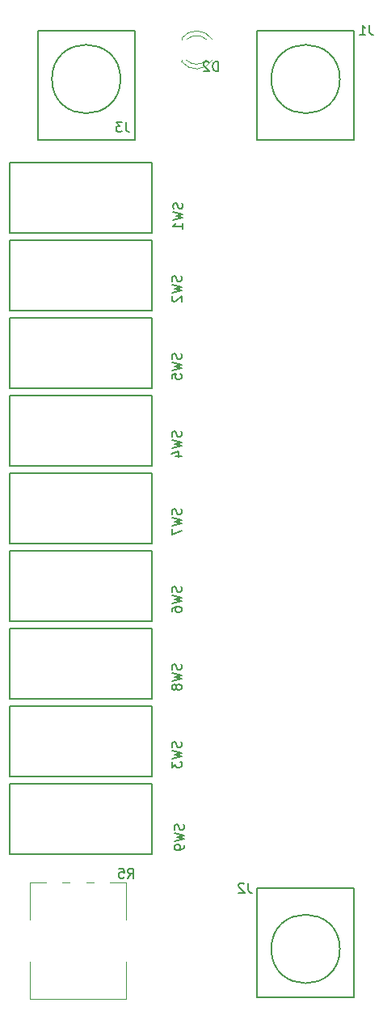
<source format=gbo>
G04 #@! TF.GenerationSoftware,KiCad,Pcbnew,(5.0.0-3-g5ebb6b6)*
G04 #@! TF.CreationDate,2019-04-25T18:54:20+02:00*
G04 #@! TF.ProjectId,minidrum-77,6D696E696472756D2D37372E6B696361,rev?*
G04 #@! TF.SameCoordinates,Original*
G04 #@! TF.FileFunction,Legend,Bot*
G04 #@! TF.FilePolarity,Positive*
%FSLAX46Y46*%
G04 Gerber Fmt 4.6, Leading zero omitted, Abs format (unit mm)*
G04 Created by KiCad (PCBNEW (5.0.0-3-g5ebb6b6)) date Thursday 25 April 2019 18:54:20*
%MOMM*%
%LPD*%
G01*
G04 APERTURE LIST*
%ADD10C,0.150000*%
%ADD11C,0.120000*%
G04 APERTURE END LIST*
D10*
G04 #@! TO.C,SW3*
X127508000Y-131318000D02*
X127508000Y-123952000D01*
X142367000Y-131318000D02*
X127508000Y-131318000D01*
X142367000Y-123952000D02*
X142367000Y-131318000D01*
X127508000Y-123952000D02*
X142367000Y-123952000D01*
G04 #@! TO.C,SW7*
X127508000Y-106934000D02*
X127508000Y-99568000D01*
X142367000Y-106934000D02*
X127508000Y-106934000D01*
X142367000Y-99568000D02*
X142367000Y-106934000D01*
X127508000Y-99568000D02*
X142367000Y-99568000D01*
D11*
G04 #@! TO.C,D2*
X148738335Y-56323608D02*
G75*
G02X145506000Y-56480516I-1672335J1078608D01*
G01*
X148738335Y-54166392D02*
G75*
G03X145506000Y-54009484I-1672335J-1078608D01*
G01*
X148107130Y-56324837D02*
G75*
G02X146025039Y-56325000I-1041130J1079837D01*
G01*
X148107130Y-54165163D02*
G75*
G03X146025039Y-54165000I-1041130J-1079837D01*
G01*
X145506000Y-56481000D02*
X145506000Y-56325000D01*
X145506000Y-54165000D02*
X145506000Y-54009000D01*
D10*
G04 #@! TO.C,J1*
X153416000Y-64643000D02*
X163576000Y-64643000D01*
X163576000Y-64643000D02*
X163576000Y-53213000D01*
X163576000Y-53213000D02*
X153416000Y-53213000D01*
X153416000Y-53213000D02*
X153416000Y-64643000D01*
X162088102Y-58293000D02*
G75*
G03X162088102Y-58293000I-3592102J0D01*
G01*
G04 #@! TO.C,J2*
X162088102Y-149352000D02*
G75*
G03X162088102Y-149352000I-3592102J0D01*
G01*
X163576000Y-154432000D02*
X163576000Y-143002000D01*
X153416000Y-154432000D02*
X163576000Y-154432000D01*
X153416000Y-143002000D02*
X153416000Y-154432000D01*
X163576000Y-143002000D02*
X153416000Y-143002000D01*
G04 #@! TO.C,J3*
X130429000Y-64643000D02*
X140589000Y-64643000D01*
X140589000Y-64643000D02*
X140589000Y-53213000D01*
X140589000Y-53213000D02*
X130429000Y-53213000D01*
X130429000Y-53213000D02*
X130429000Y-64643000D01*
X139101102Y-58293000D02*
G75*
G03X139101102Y-58293000I-3592102J0D01*
G01*
G04 #@! TO.C,SW2*
X127508000Y-82550000D02*
X127508000Y-75184000D01*
X142367000Y-82550000D02*
X127508000Y-82550000D01*
X142367000Y-75184000D02*
X142367000Y-82550000D01*
X127508000Y-75184000D02*
X142367000Y-75184000D01*
G04 #@! TO.C,SW4*
X127508000Y-91440000D02*
X142367000Y-91440000D01*
X142367000Y-91440000D02*
X142367000Y-98806000D01*
X142367000Y-98806000D02*
X127508000Y-98806000D01*
X127508000Y-98806000D02*
X127508000Y-91440000D01*
G04 #@! TO.C,SW5*
X127508000Y-90678000D02*
X127508000Y-83312000D01*
X142367000Y-90678000D02*
X127508000Y-90678000D01*
X142367000Y-83312000D02*
X142367000Y-90678000D01*
X127508000Y-83312000D02*
X142367000Y-83312000D01*
G04 #@! TO.C,SW6*
X127508000Y-107696000D02*
X142367000Y-107696000D01*
X142367000Y-107696000D02*
X142367000Y-115062000D01*
X142367000Y-115062000D02*
X127508000Y-115062000D01*
X127508000Y-115062000D02*
X127508000Y-107696000D01*
G04 #@! TO.C,SW8*
X127508000Y-115824000D02*
X142367000Y-115824000D01*
X142367000Y-115824000D02*
X142367000Y-123190000D01*
X142367000Y-123190000D02*
X127508000Y-123190000D01*
X127508000Y-123190000D02*
X127508000Y-115824000D01*
D11*
G04 #@! TO.C,R5*
X129639000Y-142358000D02*
X129639000Y-146295000D01*
X129639000Y-150662000D02*
X129639000Y-154598000D01*
X139680000Y-142358000D02*
X139680000Y-146295000D01*
X139680000Y-150662000D02*
X139680000Y-154598000D01*
X129639000Y-142358000D02*
X131289000Y-142358000D01*
X133031000Y-142358000D02*
X133790000Y-142358000D01*
X135531000Y-142358000D02*
X136290000Y-142358000D01*
X138030000Y-142358000D02*
X139680000Y-142358000D01*
X129639000Y-154598000D02*
X139680000Y-154598000D01*
D10*
G04 #@! TO.C,SW1*
X142367000Y-67056000D02*
X142367000Y-74422000D01*
X127508000Y-67056000D02*
X142367000Y-67056000D01*
X127508000Y-74422000D02*
X127508000Y-67056000D01*
X142367000Y-74422000D02*
X127508000Y-74422000D01*
G04 #@! TO.C,SW9*
X127508000Y-132080000D02*
X142367000Y-132080000D01*
X142367000Y-132080000D02*
X142367000Y-139446000D01*
X142367000Y-139446000D02*
X127508000Y-139446000D01*
X127508000Y-139446000D02*
X127508000Y-132080000D01*
G04 #@! TO.C,SW3*
X145438761Y-127698666D02*
X145486380Y-127841523D01*
X145486380Y-128079619D01*
X145438761Y-128174857D01*
X145391142Y-128222476D01*
X145295904Y-128270095D01*
X145200666Y-128270095D01*
X145105428Y-128222476D01*
X145057809Y-128174857D01*
X145010190Y-128079619D01*
X144962571Y-127889142D01*
X144914952Y-127793904D01*
X144867333Y-127746285D01*
X144772095Y-127698666D01*
X144676857Y-127698666D01*
X144581619Y-127746285D01*
X144534000Y-127793904D01*
X144486380Y-127889142D01*
X144486380Y-128127238D01*
X144534000Y-128270095D01*
X144486380Y-128603428D02*
X145486380Y-128841523D01*
X144772095Y-129032000D01*
X145486380Y-129222476D01*
X144486380Y-129460571D01*
X144486380Y-129746285D02*
X144486380Y-130365333D01*
X144867333Y-130032000D01*
X144867333Y-130174857D01*
X144914952Y-130270095D01*
X144962571Y-130317714D01*
X145057809Y-130365333D01*
X145295904Y-130365333D01*
X145391142Y-130317714D01*
X145438761Y-130270095D01*
X145486380Y-130174857D01*
X145486380Y-129889142D01*
X145438761Y-129793904D01*
X145391142Y-129746285D01*
G04 #@! TO.C,SW7*
X145438761Y-103314666D02*
X145486380Y-103457523D01*
X145486380Y-103695619D01*
X145438761Y-103790857D01*
X145391142Y-103838476D01*
X145295904Y-103886095D01*
X145200666Y-103886095D01*
X145105428Y-103838476D01*
X145057809Y-103790857D01*
X145010190Y-103695619D01*
X144962571Y-103505142D01*
X144914952Y-103409904D01*
X144867333Y-103362285D01*
X144772095Y-103314666D01*
X144676857Y-103314666D01*
X144581619Y-103362285D01*
X144534000Y-103409904D01*
X144486380Y-103505142D01*
X144486380Y-103743238D01*
X144534000Y-103886095D01*
X144486380Y-104219428D02*
X145486380Y-104457523D01*
X144772095Y-104648000D01*
X145486380Y-104838476D01*
X144486380Y-105076571D01*
X144486380Y-105362285D02*
X144486380Y-106028952D01*
X145486380Y-105600380D01*
G04 #@! TO.C,D2*
X149328095Y-57475380D02*
X149328095Y-56475380D01*
X149090000Y-56475380D01*
X148947142Y-56523000D01*
X148851904Y-56618238D01*
X148804285Y-56713476D01*
X148756666Y-56903952D01*
X148756666Y-57046809D01*
X148804285Y-57237285D01*
X148851904Y-57332523D01*
X148947142Y-57427761D01*
X149090000Y-57475380D01*
X149328095Y-57475380D01*
X148375714Y-56570619D02*
X148328095Y-56523000D01*
X148232857Y-56475380D01*
X147994761Y-56475380D01*
X147899523Y-56523000D01*
X147851904Y-56570619D01*
X147804285Y-56665857D01*
X147804285Y-56761095D01*
X147851904Y-56903952D01*
X148423333Y-57475380D01*
X147804285Y-57475380D01*
G04 #@! TO.C,J1*
X165179333Y-52665380D02*
X165179333Y-53379666D01*
X165226952Y-53522523D01*
X165322190Y-53617761D01*
X165465047Y-53665380D01*
X165560285Y-53665380D01*
X164179333Y-53665380D02*
X164750761Y-53665380D01*
X164465047Y-53665380D02*
X164465047Y-52665380D01*
X164560285Y-52808238D01*
X164655523Y-52903476D01*
X164750761Y-52951095D01*
G04 #@! TO.C,J2*
X152479333Y-142454380D02*
X152479333Y-143168666D01*
X152526952Y-143311523D01*
X152622190Y-143406761D01*
X152765047Y-143454380D01*
X152860285Y-143454380D01*
X152050761Y-142549619D02*
X152003142Y-142502000D01*
X151907904Y-142454380D01*
X151669809Y-142454380D01*
X151574571Y-142502000D01*
X151526952Y-142549619D01*
X151479333Y-142644857D01*
X151479333Y-142740095D01*
X151526952Y-142882952D01*
X152098380Y-143454380D01*
X151479333Y-143454380D01*
G04 #@! TO.C,J3*
X139652333Y-62825380D02*
X139652333Y-63539666D01*
X139699952Y-63682523D01*
X139795190Y-63777761D01*
X139938047Y-63825380D01*
X140033285Y-63825380D01*
X139271380Y-62825380D02*
X138652333Y-62825380D01*
X138985666Y-63206333D01*
X138842809Y-63206333D01*
X138747571Y-63253952D01*
X138699952Y-63301571D01*
X138652333Y-63396809D01*
X138652333Y-63634904D01*
X138699952Y-63730142D01*
X138747571Y-63777761D01*
X138842809Y-63825380D01*
X139128523Y-63825380D01*
X139223761Y-63777761D01*
X139271380Y-63730142D01*
G04 #@! TO.C,SW2*
X145438761Y-78930666D02*
X145486380Y-79073523D01*
X145486380Y-79311619D01*
X145438761Y-79406857D01*
X145391142Y-79454476D01*
X145295904Y-79502095D01*
X145200666Y-79502095D01*
X145105428Y-79454476D01*
X145057809Y-79406857D01*
X145010190Y-79311619D01*
X144962571Y-79121142D01*
X144914952Y-79025904D01*
X144867333Y-78978285D01*
X144772095Y-78930666D01*
X144676857Y-78930666D01*
X144581619Y-78978285D01*
X144534000Y-79025904D01*
X144486380Y-79121142D01*
X144486380Y-79359238D01*
X144534000Y-79502095D01*
X144486380Y-79835428D02*
X145486380Y-80073523D01*
X144772095Y-80264000D01*
X145486380Y-80454476D01*
X144486380Y-80692571D01*
X144581619Y-81025904D02*
X144534000Y-81073523D01*
X144486380Y-81168761D01*
X144486380Y-81406857D01*
X144534000Y-81502095D01*
X144581619Y-81549714D01*
X144676857Y-81597333D01*
X144772095Y-81597333D01*
X144914952Y-81549714D01*
X145486380Y-80978285D01*
X145486380Y-81597333D01*
G04 #@! TO.C,SW4*
X145438761Y-95186666D02*
X145486380Y-95329523D01*
X145486380Y-95567619D01*
X145438761Y-95662857D01*
X145391142Y-95710476D01*
X145295904Y-95758095D01*
X145200666Y-95758095D01*
X145105428Y-95710476D01*
X145057809Y-95662857D01*
X145010190Y-95567619D01*
X144962571Y-95377142D01*
X144914952Y-95281904D01*
X144867333Y-95234285D01*
X144772095Y-95186666D01*
X144676857Y-95186666D01*
X144581619Y-95234285D01*
X144534000Y-95281904D01*
X144486380Y-95377142D01*
X144486380Y-95615238D01*
X144534000Y-95758095D01*
X144486380Y-96091428D02*
X145486380Y-96329523D01*
X144772095Y-96520000D01*
X145486380Y-96710476D01*
X144486380Y-96948571D01*
X144819714Y-97758095D02*
X145486380Y-97758095D01*
X144438761Y-97520000D02*
X145153047Y-97281904D01*
X145153047Y-97900952D01*
G04 #@! TO.C,SW5*
X145438761Y-87058666D02*
X145486380Y-87201523D01*
X145486380Y-87439619D01*
X145438761Y-87534857D01*
X145391142Y-87582476D01*
X145295904Y-87630095D01*
X145200666Y-87630095D01*
X145105428Y-87582476D01*
X145057809Y-87534857D01*
X145010190Y-87439619D01*
X144962571Y-87249142D01*
X144914952Y-87153904D01*
X144867333Y-87106285D01*
X144772095Y-87058666D01*
X144676857Y-87058666D01*
X144581619Y-87106285D01*
X144534000Y-87153904D01*
X144486380Y-87249142D01*
X144486380Y-87487238D01*
X144534000Y-87630095D01*
X144486380Y-87963428D02*
X145486380Y-88201523D01*
X144772095Y-88392000D01*
X145486380Y-88582476D01*
X144486380Y-88820571D01*
X144486380Y-89677714D02*
X144486380Y-89201523D01*
X144962571Y-89153904D01*
X144914952Y-89201523D01*
X144867333Y-89296761D01*
X144867333Y-89534857D01*
X144914952Y-89630095D01*
X144962571Y-89677714D01*
X145057809Y-89725333D01*
X145295904Y-89725333D01*
X145391142Y-89677714D01*
X145438761Y-89630095D01*
X145486380Y-89534857D01*
X145486380Y-89296761D01*
X145438761Y-89201523D01*
X145391142Y-89153904D01*
G04 #@! TO.C,SW6*
X145438761Y-111442666D02*
X145486380Y-111585523D01*
X145486380Y-111823619D01*
X145438761Y-111918857D01*
X145391142Y-111966476D01*
X145295904Y-112014095D01*
X145200666Y-112014095D01*
X145105428Y-111966476D01*
X145057809Y-111918857D01*
X145010190Y-111823619D01*
X144962571Y-111633142D01*
X144914952Y-111537904D01*
X144867333Y-111490285D01*
X144772095Y-111442666D01*
X144676857Y-111442666D01*
X144581619Y-111490285D01*
X144534000Y-111537904D01*
X144486380Y-111633142D01*
X144486380Y-111871238D01*
X144534000Y-112014095D01*
X144486380Y-112347428D02*
X145486380Y-112585523D01*
X144772095Y-112776000D01*
X145486380Y-112966476D01*
X144486380Y-113204571D01*
X144486380Y-114014095D02*
X144486380Y-113823619D01*
X144534000Y-113728380D01*
X144581619Y-113680761D01*
X144724476Y-113585523D01*
X144914952Y-113537904D01*
X145295904Y-113537904D01*
X145391142Y-113585523D01*
X145438761Y-113633142D01*
X145486380Y-113728380D01*
X145486380Y-113918857D01*
X145438761Y-114014095D01*
X145391142Y-114061714D01*
X145295904Y-114109333D01*
X145057809Y-114109333D01*
X144962571Y-114061714D01*
X144914952Y-114014095D01*
X144867333Y-113918857D01*
X144867333Y-113728380D01*
X144914952Y-113633142D01*
X144962571Y-113585523D01*
X145057809Y-113537904D01*
G04 #@! TO.C,SW8*
X145438761Y-119570666D02*
X145486380Y-119713523D01*
X145486380Y-119951619D01*
X145438761Y-120046857D01*
X145391142Y-120094476D01*
X145295904Y-120142095D01*
X145200666Y-120142095D01*
X145105428Y-120094476D01*
X145057809Y-120046857D01*
X145010190Y-119951619D01*
X144962571Y-119761142D01*
X144914952Y-119665904D01*
X144867333Y-119618285D01*
X144772095Y-119570666D01*
X144676857Y-119570666D01*
X144581619Y-119618285D01*
X144534000Y-119665904D01*
X144486380Y-119761142D01*
X144486380Y-119999238D01*
X144534000Y-120142095D01*
X144486380Y-120475428D02*
X145486380Y-120713523D01*
X144772095Y-120904000D01*
X145486380Y-121094476D01*
X144486380Y-121332571D01*
X144914952Y-121856380D02*
X144867333Y-121761142D01*
X144819714Y-121713523D01*
X144724476Y-121665904D01*
X144676857Y-121665904D01*
X144581619Y-121713523D01*
X144534000Y-121761142D01*
X144486380Y-121856380D01*
X144486380Y-122046857D01*
X144534000Y-122142095D01*
X144581619Y-122189714D01*
X144676857Y-122237333D01*
X144724476Y-122237333D01*
X144819714Y-122189714D01*
X144867333Y-122142095D01*
X144914952Y-122046857D01*
X144914952Y-121856380D01*
X144962571Y-121761142D01*
X145010190Y-121713523D01*
X145105428Y-121665904D01*
X145295904Y-121665904D01*
X145391142Y-121713523D01*
X145438761Y-121761142D01*
X145486380Y-121856380D01*
X145486380Y-122046857D01*
X145438761Y-122142095D01*
X145391142Y-122189714D01*
X145295904Y-122237333D01*
X145105428Y-122237333D01*
X145010190Y-122189714D01*
X144962571Y-122142095D01*
X144914952Y-122046857D01*
G04 #@! TO.C,R5*
X139866666Y-141930380D02*
X140200000Y-141454190D01*
X140438095Y-141930380D02*
X140438095Y-140930380D01*
X140057142Y-140930380D01*
X139961904Y-140978000D01*
X139914285Y-141025619D01*
X139866666Y-141120857D01*
X139866666Y-141263714D01*
X139914285Y-141358952D01*
X139961904Y-141406571D01*
X140057142Y-141454190D01*
X140438095Y-141454190D01*
X138961904Y-140930380D02*
X139438095Y-140930380D01*
X139485714Y-141406571D01*
X139438095Y-141358952D01*
X139342857Y-141311333D01*
X139104761Y-141311333D01*
X139009523Y-141358952D01*
X138961904Y-141406571D01*
X138914285Y-141501809D01*
X138914285Y-141739904D01*
X138961904Y-141835142D01*
X139009523Y-141882761D01*
X139104761Y-141930380D01*
X139342857Y-141930380D01*
X139438095Y-141882761D01*
X139485714Y-141835142D01*
G04 #@! TO.C,SW1*
X145565761Y-71310666D02*
X145613380Y-71453523D01*
X145613380Y-71691619D01*
X145565761Y-71786857D01*
X145518142Y-71834476D01*
X145422904Y-71882095D01*
X145327666Y-71882095D01*
X145232428Y-71834476D01*
X145184809Y-71786857D01*
X145137190Y-71691619D01*
X145089571Y-71501142D01*
X145041952Y-71405904D01*
X144994333Y-71358285D01*
X144899095Y-71310666D01*
X144803857Y-71310666D01*
X144708619Y-71358285D01*
X144661000Y-71405904D01*
X144613380Y-71501142D01*
X144613380Y-71739238D01*
X144661000Y-71882095D01*
X144613380Y-72215428D02*
X145613380Y-72453523D01*
X144899095Y-72644000D01*
X145613380Y-72834476D01*
X144613380Y-73072571D01*
X145613380Y-73977333D02*
X145613380Y-73405904D01*
X145613380Y-73691619D02*
X144613380Y-73691619D01*
X144756238Y-73596380D01*
X144851476Y-73501142D01*
X144899095Y-73405904D01*
G04 #@! TO.C,SW9*
X145692761Y-136334666D02*
X145740380Y-136477523D01*
X145740380Y-136715619D01*
X145692761Y-136810857D01*
X145645142Y-136858476D01*
X145549904Y-136906095D01*
X145454666Y-136906095D01*
X145359428Y-136858476D01*
X145311809Y-136810857D01*
X145264190Y-136715619D01*
X145216571Y-136525142D01*
X145168952Y-136429904D01*
X145121333Y-136382285D01*
X145026095Y-136334666D01*
X144930857Y-136334666D01*
X144835619Y-136382285D01*
X144788000Y-136429904D01*
X144740380Y-136525142D01*
X144740380Y-136763238D01*
X144788000Y-136906095D01*
X144740380Y-137239428D02*
X145740380Y-137477523D01*
X145026095Y-137668000D01*
X145740380Y-137858476D01*
X144740380Y-138096571D01*
X145740380Y-138525142D02*
X145740380Y-138715619D01*
X145692761Y-138810857D01*
X145645142Y-138858476D01*
X145502285Y-138953714D01*
X145311809Y-139001333D01*
X144930857Y-139001333D01*
X144835619Y-138953714D01*
X144788000Y-138906095D01*
X144740380Y-138810857D01*
X144740380Y-138620380D01*
X144788000Y-138525142D01*
X144835619Y-138477523D01*
X144930857Y-138429904D01*
X145168952Y-138429904D01*
X145264190Y-138477523D01*
X145311809Y-138525142D01*
X145359428Y-138620380D01*
X145359428Y-138810857D01*
X145311809Y-138906095D01*
X145264190Y-138953714D01*
X145168952Y-139001333D01*
G04 #@! TD*
M02*

</source>
